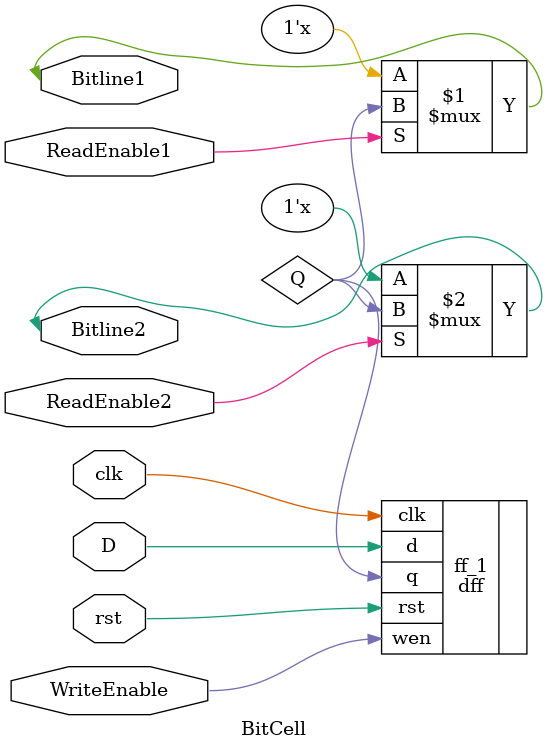
<source format=sv>
module BitCell (Bitline1, Bitline2, clk, rst, D, WriteEnable, ReadEnable1, ReadEnable2);
input clk, rst, D, WriteEnable, ReadEnable1, ReadEnable2;
inout Bitline1, Bitline2;

wire Q;

dff ff_1(.q(Q), .d(D), .wen(WriteEnable), .clk(clk), .rst(rst));

assign Bitline1 = ReadEnable1 ? Q : 1'bZ;
assign Bitline2 = ReadEnable2 ? Q : 1'bZ;


endmodule
</source>
